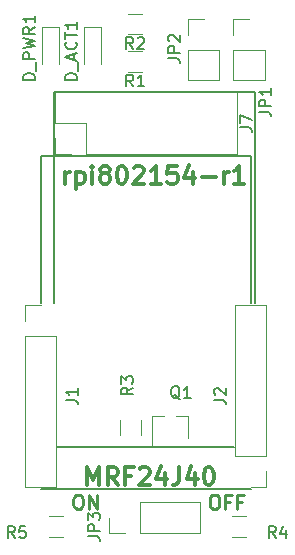
<source format=gto>
G04 #@! TF.GenerationSoftware,KiCad,Pcbnew,5.1.5*
G04 #@! TF.CreationDate,2020-04-17T15:56:53+02:00*
G04 #@! TF.ProjectId,rpi_mrf_radio_shield,7270695f-6d72-4665-9f72-6164696f5f73,rev?*
G04 #@! TF.SameCoordinates,Original*
G04 #@! TF.FileFunction,Legend,Top*
G04 #@! TF.FilePolarity,Positive*
%FSLAX46Y46*%
G04 Gerber Fmt 4.6, Leading zero omitted, Abs format (unit mm)*
G04 Created by KiCad (PCBNEW 5.1.5) date 2020-04-17 15:56:53*
%MOMM*%
%LPD*%
G04 APERTURE LIST*
%ADD10C,0.250000*%
%ADD11C,0.300000*%
%ADD12C,0.200000*%
%ADD13C,0.120000*%
%ADD14C,0.150000*%
G04 APERTURE END LIST*
D10*
X160778242Y-130503457D02*
X161006814Y-130503457D01*
X161121100Y-130560600D01*
X161235385Y-130674885D01*
X161292528Y-130903457D01*
X161292528Y-131303457D01*
X161235385Y-131532028D01*
X161121100Y-131646314D01*
X161006814Y-131703457D01*
X160778242Y-131703457D01*
X160663957Y-131646314D01*
X160549671Y-131532028D01*
X160492528Y-131303457D01*
X160492528Y-130903457D01*
X160549671Y-130674885D01*
X160663957Y-130560600D01*
X160778242Y-130503457D01*
X162206814Y-131074885D02*
X161806814Y-131074885D01*
X161806814Y-131703457D02*
X161806814Y-130503457D01*
X162378242Y-130503457D01*
X163235385Y-131074885D02*
X162835385Y-131074885D01*
X162835385Y-131703457D02*
X162835385Y-130503457D01*
X163406814Y-130503457D01*
X149240242Y-130503457D02*
X149468814Y-130503457D01*
X149583100Y-130560600D01*
X149697385Y-130674885D01*
X149754528Y-130903457D01*
X149754528Y-131303457D01*
X149697385Y-131532028D01*
X149583100Y-131646314D01*
X149468814Y-131703457D01*
X149240242Y-131703457D01*
X149125957Y-131646314D01*
X149011671Y-131532028D01*
X148954528Y-131303457D01*
X148954528Y-130903457D01*
X149011671Y-130674885D01*
X149125957Y-130560600D01*
X149240242Y-130503457D01*
X150268814Y-131703457D02*
X150268814Y-130503457D01*
X150954528Y-131703457D01*
X150954528Y-130503457D01*
D11*
X148263985Y-104153171D02*
X148263985Y-103153171D01*
X148263985Y-103438885D02*
X148335414Y-103296028D01*
X148406842Y-103224600D01*
X148549700Y-103153171D01*
X148692557Y-103153171D01*
X149192557Y-103153171D02*
X149192557Y-104653171D01*
X149192557Y-103224600D02*
X149335414Y-103153171D01*
X149621128Y-103153171D01*
X149763985Y-103224600D01*
X149835414Y-103296028D01*
X149906842Y-103438885D01*
X149906842Y-103867457D01*
X149835414Y-104010314D01*
X149763985Y-104081742D01*
X149621128Y-104153171D01*
X149335414Y-104153171D01*
X149192557Y-104081742D01*
X150549700Y-104153171D02*
X150549700Y-103153171D01*
X150549700Y-102653171D02*
X150478271Y-102724600D01*
X150549700Y-102796028D01*
X150621128Y-102724600D01*
X150549700Y-102653171D01*
X150549700Y-102796028D01*
X151478271Y-103296028D02*
X151335414Y-103224600D01*
X151263985Y-103153171D01*
X151192557Y-103010314D01*
X151192557Y-102938885D01*
X151263985Y-102796028D01*
X151335414Y-102724600D01*
X151478271Y-102653171D01*
X151763985Y-102653171D01*
X151906842Y-102724600D01*
X151978271Y-102796028D01*
X152049700Y-102938885D01*
X152049700Y-103010314D01*
X151978271Y-103153171D01*
X151906842Y-103224600D01*
X151763985Y-103296028D01*
X151478271Y-103296028D01*
X151335414Y-103367457D01*
X151263985Y-103438885D01*
X151192557Y-103581742D01*
X151192557Y-103867457D01*
X151263985Y-104010314D01*
X151335414Y-104081742D01*
X151478271Y-104153171D01*
X151763985Y-104153171D01*
X151906842Y-104081742D01*
X151978271Y-104010314D01*
X152049700Y-103867457D01*
X152049700Y-103581742D01*
X151978271Y-103438885D01*
X151906842Y-103367457D01*
X151763985Y-103296028D01*
X152978271Y-102653171D02*
X153121128Y-102653171D01*
X153263985Y-102724600D01*
X153335414Y-102796028D01*
X153406842Y-102938885D01*
X153478271Y-103224600D01*
X153478271Y-103581742D01*
X153406842Y-103867457D01*
X153335414Y-104010314D01*
X153263985Y-104081742D01*
X153121128Y-104153171D01*
X152978271Y-104153171D01*
X152835414Y-104081742D01*
X152763985Y-104010314D01*
X152692557Y-103867457D01*
X152621128Y-103581742D01*
X152621128Y-103224600D01*
X152692557Y-102938885D01*
X152763985Y-102796028D01*
X152835414Y-102724600D01*
X152978271Y-102653171D01*
X154049700Y-102796028D02*
X154121128Y-102724600D01*
X154263985Y-102653171D01*
X154621128Y-102653171D01*
X154763985Y-102724600D01*
X154835414Y-102796028D01*
X154906842Y-102938885D01*
X154906842Y-103081742D01*
X154835414Y-103296028D01*
X153978271Y-104153171D01*
X154906842Y-104153171D01*
X156335414Y-104153171D02*
X155478271Y-104153171D01*
X155906842Y-104153171D02*
X155906842Y-102653171D01*
X155763985Y-102867457D01*
X155621128Y-103010314D01*
X155478271Y-103081742D01*
X157692557Y-102653171D02*
X156978271Y-102653171D01*
X156906842Y-103367457D01*
X156978271Y-103296028D01*
X157121128Y-103224600D01*
X157478271Y-103224600D01*
X157621128Y-103296028D01*
X157692557Y-103367457D01*
X157763985Y-103510314D01*
X157763985Y-103867457D01*
X157692557Y-104010314D01*
X157621128Y-104081742D01*
X157478271Y-104153171D01*
X157121128Y-104153171D01*
X156978271Y-104081742D01*
X156906842Y-104010314D01*
X159049700Y-103153171D02*
X159049700Y-104153171D01*
X158692557Y-102581742D02*
X158335414Y-103653171D01*
X159263985Y-103653171D01*
X159835414Y-103581742D02*
X160978271Y-103581742D01*
X161692557Y-104153171D02*
X161692557Y-103153171D01*
X161692557Y-103438885D02*
X161763985Y-103296028D01*
X161835414Y-103224600D01*
X161978271Y-103153171D01*
X162121128Y-103153171D01*
X163406842Y-104153171D02*
X162549700Y-104153171D01*
X162978271Y-104153171D02*
X162978271Y-102653171D01*
X162835414Y-102867457D01*
X162692557Y-103010314D01*
X162549700Y-103081742D01*
X150122671Y-129680171D02*
X150122671Y-128180171D01*
X150622671Y-129251600D01*
X151122671Y-128180171D01*
X151122671Y-129680171D01*
X152694100Y-129680171D02*
X152194100Y-128965885D01*
X151836957Y-129680171D02*
X151836957Y-128180171D01*
X152408385Y-128180171D01*
X152551242Y-128251600D01*
X152622671Y-128323028D01*
X152694100Y-128465885D01*
X152694100Y-128680171D01*
X152622671Y-128823028D01*
X152551242Y-128894457D01*
X152408385Y-128965885D01*
X151836957Y-128965885D01*
X153836957Y-128894457D02*
X153336957Y-128894457D01*
X153336957Y-129680171D02*
X153336957Y-128180171D01*
X154051242Y-128180171D01*
X154551242Y-128323028D02*
X154622671Y-128251600D01*
X154765528Y-128180171D01*
X155122671Y-128180171D01*
X155265528Y-128251600D01*
X155336957Y-128323028D01*
X155408385Y-128465885D01*
X155408385Y-128608742D01*
X155336957Y-128823028D01*
X154479814Y-129680171D01*
X155408385Y-129680171D01*
X156694100Y-128680171D02*
X156694100Y-129680171D01*
X156336957Y-128108742D02*
X155979814Y-129180171D01*
X156908385Y-129180171D01*
X157908385Y-128180171D02*
X157908385Y-129251600D01*
X157836957Y-129465885D01*
X157694100Y-129608742D01*
X157479814Y-129680171D01*
X157336957Y-129680171D01*
X159265528Y-128680171D02*
X159265528Y-129680171D01*
X158908385Y-128108742D02*
X158551242Y-129180171D01*
X159479814Y-129180171D01*
X160336957Y-128180171D02*
X160479814Y-128180171D01*
X160622671Y-128251600D01*
X160694100Y-128323028D01*
X160765528Y-128465885D01*
X160836957Y-128751600D01*
X160836957Y-129108742D01*
X160765528Y-129394457D01*
X160694100Y-129537314D01*
X160622671Y-129608742D01*
X160479814Y-129680171D01*
X160336957Y-129680171D01*
X160194100Y-129608742D01*
X160122671Y-129537314D01*
X160051242Y-129394457D01*
X159979814Y-129108742D01*
X159979814Y-128751600D01*
X160051242Y-128465885D01*
X160122671Y-128323028D01*
X160194100Y-128251600D01*
X160336957Y-128180171D01*
D12*
X146176900Y-113761600D02*
X146176900Y-114269600D01*
X147319900Y-113761600D02*
X147319900Y-114269600D01*
X164337900Y-96362600D02*
X164337900Y-114269600D01*
X147573900Y-126461600D02*
X162559900Y-126461600D01*
X147319900Y-96362600D02*
X147319900Y-113761600D01*
X147332600Y-96362600D02*
X164350600Y-96362600D01*
X146176900Y-101823600D02*
X146176900Y-113761600D01*
X163956900Y-101823600D02*
X146176900Y-101823600D01*
X163956900Y-114269600D02*
X163956900Y-101823600D01*
X146176900Y-130017600D02*
X163956900Y-130017600D01*
D13*
X144846900Y-129823600D02*
X147506900Y-129823600D01*
X144846900Y-117063600D02*
X144846900Y-129823600D01*
X147506900Y-117063600D02*
X147506900Y-129823600D01*
X144846900Y-117063600D02*
X147506900Y-117063600D01*
X144846900Y-115793600D02*
X144846900Y-114463600D01*
X144846900Y-114463600D02*
X146176900Y-114463600D01*
X165286900Y-129823600D02*
X163956900Y-129823600D01*
X165286900Y-128493600D02*
X165286900Y-129823600D01*
X165286900Y-127223600D02*
X162626900Y-127223600D01*
X162626900Y-127223600D02*
X162626900Y-114463600D01*
X165286900Y-127223600D02*
X165286900Y-114463600D01*
X165286900Y-114463600D02*
X162626900Y-114463600D01*
X157595100Y-123860600D02*
X158645100Y-123860600D01*
X158645100Y-123860600D02*
X158645100Y-125710600D01*
X155595100Y-123860600D02*
X156595100Y-123860600D01*
X155585100Y-123880600D02*
X155585100Y-126310600D01*
X162337100Y-132312600D02*
X163537100Y-132312600D01*
X163537100Y-134072600D02*
X162337100Y-134072600D01*
X158639100Y-90206600D02*
X159969100Y-90206600D01*
X158639100Y-91536600D02*
X158639100Y-90206600D01*
X158639100Y-92806600D02*
X161299100Y-92806600D01*
X161299100Y-92806600D02*
X161299100Y-95406600D01*
X158639100Y-92806600D02*
X158639100Y-95406600D01*
X158639100Y-95406600D02*
X161299100Y-95406600D01*
X153574100Y-92942600D02*
X154774100Y-92942600D01*
X154774100Y-94702600D02*
X153574100Y-94702600D01*
X153574100Y-89767600D02*
X154774100Y-89767600D01*
X154774100Y-91527600D02*
X153574100Y-91527600D01*
X152913100Y-125410600D02*
X152913100Y-124210600D01*
X154673100Y-124210600D02*
X154673100Y-125410600D01*
X149821100Y-94060600D02*
X149821100Y-90860600D01*
X151321100Y-90860600D02*
X151321100Y-94060600D01*
X151321100Y-90860600D02*
X149821100Y-90860600D01*
X147765100Y-90860600D02*
X146265100Y-90860600D01*
X147765100Y-90860600D02*
X147765100Y-94060600D01*
X146265100Y-94060600D02*
X146265100Y-90860600D01*
X162759600Y-101629600D02*
X162759600Y-96429600D01*
X149999600Y-101629600D02*
X162759600Y-101629600D01*
X147399600Y-96429600D02*
X162759600Y-96429600D01*
X149999600Y-101629600D02*
X149999600Y-99029600D01*
X149999600Y-99029600D02*
X147399600Y-99029600D01*
X147399600Y-99029600D02*
X147399600Y-96429600D01*
X148729600Y-101629600D02*
X147399600Y-101629600D01*
X147399600Y-101629600D02*
X147399600Y-100299600D01*
X162499900Y-90206600D02*
X163829900Y-90206600D01*
X162499900Y-91536600D02*
X162499900Y-90206600D01*
X162499900Y-92806600D02*
X165159900Y-92806600D01*
X165159900Y-92806600D02*
X165159900Y-95406600D01*
X162499900Y-92806600D02*
X162499900Y-95406600D01*
X162499900Y-95406600D02*
X165159900Y-95406600D01*
X148043100Y-134072600D02*
X146843100Y-134072600D01*
X146843100Y-132312600D02*
X148043100Y-132312600D01*
X159695100Y-133760600D02*
X159695100Y-131100600D01*
X154555100Y-133760600D02*
X159695100Y-133760600D01*
X154555100Y-131100600D02*
X159695100Y-131100600D01*
X154555100Y-133760600D02*
X154555100Y-131100600D01*
X153285100Y-133760600D02*
X151955100Y-133760600D01*
X151955100Y-133760600D02*
X151955100Y-132430600D01*
D14*
X148296280Y-122476933D02*
X149010566Y-122476933D01*
X149153423Y-122524552D01*
X149248661Y-122619790D01*
X149296280Y-122762647D01*
X149296280Y-122857885D01*
X149296280Y-121476933D02*
X149296280Y-122048361D01*
X149296280Y-121762647D02*
X148296280Y-121762647D01*
X148439138Y-121857885D01*
X148534376Y-121953123D01*
X148581995Y-122048361D01*
X160869280Y-122476933D02*
X161583566Y-122476933D01*
X161726423Y-122524552D01*
X161821661Y-122619790D01*
X161869280Y-122762647D01*
X161869280Y-122857885D01*
X160964519Y-122048361D02*
X160916900Y-122000742D01*
X160869280Y-121905504D01*
X160869280Y-121667409D01*
X160916900Y-121572171D01*
X160964519Y-121524552D01*
X161059757Y-121476933D01*
X161154995Y-121476933D01*
X161297852Y-121524552D01*
X161869280Y-122095980D01*
X161869280Y-121476933D01*
X157965061Y-122408019D02*
X157869823Y-122360400D01*
X157774585Y-122265161D01*
X157631728Y-122122304D01*
X157536490Y-122074685D01*
X157441252Y-122074685D01*
X157488871Y-122312780D02*
X157393633Y-122265161D01*
X157298395Y-122169923D01*
X157250776Y-121979447D01*
X157250776Y-121646114D01*
X157298395Y-121455638D01*
X157393633Y-121360400D01*
X157488871Y-121312780D01*
X157679347Y-121312780D01*
X157774585Y-121360400D01*
X157869823Y-121455638D01*
X157917442Y-121646114D01*
X157917442Y-121979447D01*
X157869823Y-122169923D01*
X157774585Y-122265161D01*
X157679347Y-122312780D01*
X157488871Y-122312780D01*
X158869823Y-122312780D02*
X158298395Y-122312780D01*
X158584109Y-122312780D02*
X158584109Y-121312780D01*
X158488871Y-121455638D01*
X158393633Y-121550876D01*
X158298395Y-121598495D01*
X166072433Y-134152980D02*
X165739100Y-133676790D01*
X165501004Y-134152980D02*
X165501004Y-133152980D01*
X165881957Y-133152980D01*
X165977195Y-133200600D01*
X166024814Y-133248219D01*
X166072433Y-133343457D01*
X166072433Y-133486314D01*
X166024814Y-133581552D01*
X165977195Y-133629171D01*
X165881957Y-133676790D01*
X165501004Y-133676790D01*
X166929576Y-133486314D02*
X166929576Y-134152980D01*
X166691480Y-133105361D02*
X166453385Y-133819647D01*
X167072433Y-133819647D01*
X156953880Y-93538333D02*
X157668166Y-93538333D01*
X157811023Y-93585952D01*
X157906261Y-93681190D01*
X157953880Y-93824047D01*
X157953880Y-93919285D01*
X157953880Y-93062142D02*
X156953880Y-93062142D01*
X156953880Y-92681190D01*
X157001500Y-92585952D01*
X157049119Y-92538333D01*
X157144357Y-92490714D01*
X157287214Y-92490714D01*
X157382452Y-92538333D01*
X157430071Y-92585952D01*
X157477690Y-92681190D01*
X157477690Y-93062142D01*
X157049119Y-92109761D02*
X157001500Y-92062142D01*
X156953880Y-91966904D01*
X156953880Y-91728809D01*
X157001500Y-91633571D01*
X157049119Y-91585952D01*
X157144357Y-91538333D01*
X157239595Y-91538333D01*
X157382452Y-91585952D01*
X157953880Y-92157380D01*
X157953880Y-91538333D01*
X154007433Y-95925980D02*
X153674100Y-95449790D01*
X153436004Y-95925980D02*
X153436004Y-94925980D01*
X153816957Y-94925980D01*
X153912195Y-94973600D01*
X153959814Y-95021219D01*
X154007433Y-95116457D01*
X154007433Y-95259314D01*
X153959814Y-95354552D01*
X153912195Y-95402171D01*
X153816957Y-95449790D01*
X153436004Y-95449790D01*
X154959814Y-95925980D02*
X154388385Y-95925980D01*
X154674100Y-95925980D02*
X154674100Y-94925980D01*
X154578861Y-95068838D01*
X154483623Y-95164076D01*
X154388385Y-95211695D01*
X154007433Y-92750980D02*
X153674100Y-92274790D01*
X153436004Y-92750980D02*
X153436004Y-91750980D01*
X153816957Y-91750980D01*
X153912195Y-91798600D01*
X153959814Y-91846219D01*
X154007433Y-91941457D01*
X154007433Y-92084314D01*
X153959814Y-92179552D01*
X153912195Y-92227171D01*
X153816957Y-92274790D01*
X153436004Y-92274790D01*
X154388385Y-91846219D02*
X154436004Y-91798600D01*
X154531242Y-91750980D01*
X154769338Y-91750980D01*
X154864576Y-91798600D01*
X154912195Y-91846219D01*
X154959814Y-91941457D01*
X154959814Y-92036695D01*
X154912195Y-92179552D01*
X154340766Y-92750980D01*
X154959814Y-92750980D01*
X153991480Y-121421266D02*
X153515290Y-121754600D01*
X153991480Y-121992695D02*
X152991480Y-121992695D01*
X152991480Y-121611742D01*
X153039100Y-121516504D01*
X153086719Y-121468885D01*
X153181957Y-121421266D01*
X153324814Y-121421266D01*
X153420052Y-121468885D01*
X153467671Y-121516504D01*
X153515290Y-121611742D01*
X153515290Y-121992695D01*
X152991480Y-121087933D02*
X152991480Y-120468885D01*
X153372433Y-120802219D01*
X153372433Y-120659361D01*
X153420052Y-120564123D01*
X153467671Y-120516504D01*
X153562909Y-120468885D01*
X153801004Y-120468885D01*
X153896242Y-120516504D01*
X153943861Y-120564123D01*
X153991480Y-120659361D01*
X153991480Y-120945076D01*
X153943861Y-121040314D01*
X153896242Y-121087933D01*
X149245480Y-95362171D02*
X148245480Y-95362171D01*
X148245480Y-95124076D01*
X148293100Y-94981219D01*
X148388338Y-94885980D01*
X148483576Y-94838361D01*
X148674052Y-94790742D01*
X148816909Y-94790742D01*
X149007385Y-94838361D01*
X149102623Y-94885980D01*
X149197861Y-94981219D01*
X149245480Y-95124076D01*
X149245480Y-95362171D01*
X149340719Y-94600266D02*
X149340719Y-93838361D01*
X148959766Y-93647885D02*
X148959766Y-93171695D01*
X149245480Y-93743123D02*
X148245480Y-93409790D01*
X149245480Y-93076457D01*
X149150242Y-92171695D02*
X149197861Y-92219314D01*
X149245480Y-92362171D01*
X149245480Y-92457409D01*
X149197861Y-92600266D01*
X149102623Y-92695504D01*
X149007385Y-92743123D01*
X148816909Y-92790742D01*
X148674052Y-92790742D01*
X148483576Y-92743123D01*
X148388338Y-92695504D01*
X148293100Y-92600266D01*
X148245480Y-92457409D01*
X148245480Y-92362171D01*
X148293100Y-92219314D01*
X148340719Y-92171695D01*
X148245480Y-91885980D02*
X148245480Y-91314552D01*
X149245480Y-91600266D02*
X148245480Y-91600266D01*
X149245480Y-90457409D02*
X149245480Y-91028838D01*
X149245480Y-90743123D02*
X148245480Y-90743123D01*
X148388338Y-90838361D01*
X148483576Y-90933600D01*
X148531195Y-91028838D01*
X145689480Y-95370076D02*
X144689480Y-95370076D01*
X144689480Y-95131980D01*
X144737100Y-94989123D01*
X144832338Y-94893885D01*
X144927576Y-94846266D01*
X145118052Y-94798647D01*
X145260909Y-94798647D01*
X145451385Y-94846266D01*
X145546623Y-94893885D01*
X145641861Y-94989123D01*
X145689480Y-95131980D01*
X145689480Y-95370076D01*
X145784719Y-94608171D02*
X145784719Y-93846266D01*
X145689480Y-93608171D02*
X144689480Y-93608171D01*
X144689480Y-93227219D01*
X144737100Y-93131980D01*
X144784719Y-93084361D01*
X144879957Y-93036742D01*
X145022814Y-93036742D01*
X145118052Y-93084361D01*
X145165671Y-93131980D01*
X145213290Y-93227219D01*
X145213290Y-93608171D01*
X144689480Y-92703409D02*
X145689480Y-92465314D01*
X144975195Y-92274838D01*
X145689480Y-92084361D01*
X144689480Y-91846266D01*
X145689480Y-90893885D02*
X145213290Y-91227219D01*
X145689480Y-91465314D02*
X144689480Y-91465314D01*
X144689480Y-91084361D01*
X144737100Y-90989123D01*
X144784719Y-90941504D01*
X144879957Y-90893885D01*
X145022814Y-90893885D01*
X145118052Y-90941504D01*
X145165671Y-90989123D01*
X145213290Y-91084361D01*
X145213290Y-91465314D01*
X145689480Y-89941504D02*
X145689480Y-90512933D01*
X145689480Y-90227219D02*
X144689480Y-90227219D01*
X144832338Y-90322457D01*
X144927576Y-90417695D01*
X144975195Y-90512933D01*
X163049880Y-99388333D02*
X163764166Y-99388333D01*
X163907023Y-99435952D01*
X164002261Y-99531190D01*
X164049880Y-99674047D01*
X164049880Y-99769285D01*
X163049880Y-99007380D02*
X163049880Y-98340714D01*
X164049880Y-98769285D01*
X164675480Y-98084933D02*
X165389766Y-98084933D01*
X165532623Y-98132552D01*
X165627861Y-98227790D01*
X165675480Y-98370647D01*
X165675480Y-98465885D01*
X165675480Y-97608742D02*
X164675480Y-97608742D01*
X164675480Y-97227790D01*
X164723100Y-97132552D01*
X164770719Y-97084933D01*
X164865957Y-97037314D01*
X165008814Y-97037314D01*
X165104052Y-97084933D01*
X165151671Y-97132552D01*
X165199290Y-97227790D01*
X165199290Y-97608742D01*
X165675480Y-96084933D02*
X165675480Y-96656361D01*
X165675480Y-96370647D02*
X164675480Y-96370647D01*
X164818338Y-96465885D01*
X164913576Y-96561123D01*
X164961195Y-96656361D01*
X143974433Y-134152980D02*
X143641100Y-133676790D01*
X143403004Y-134152980D02*
X143403004Y-133152980D01*
X143783957Y-133152980D01*
X143879195Y-133200600D01*
X143926814Y-133248219D01*
X143974433Y-133343457D01*
X143974433Y-133486314D01*
X143926814Y-133581552D01*
X143879195Y-133629171D01*
X143783957Y-133676790D01*
X143403004Y-133676790D01*
X144879195Y-133152980D02*
X144403004Y-133152980D01*
X144355385Y-133629171D01*
X144403004Y-133581552D01*
X144498242Y-133533933D01*
X144736338Y-133533933D01*
X144831576Y-133581552D01*
X144879195Y-133629171D01*
X144926814Y-133724409D01*
X144926814Y-133962504D01*
X144879195Y-134057742D01*
X144831576Y-134105361D01*
X144736338Y-134152980D01*
X144498242Y-134152980D01*
X144403004Y-134105361D01*
X144355385Y-134057742D01*
X150197480Y-134025933D02*
X150911766Y-134025933D01*
X151054623Y-134073552D01*
X151149861Y-134168790D01*
X151197480Y-134311647D01*
X151197480Y-134406885D01*
X151197480Y-133549742D02*
X150197480Y-133549742D01*
X150197480Y-133168790D01*
X150245100Y-133073552D01*
X150292719Y-133025933D01*
X150387957Y-132978314D01*
X150530814Y-132978314D01*
X150626052Y-133025933D01*
X150673671Y-133073552D01*
X150721290Y-133168790D01*
X150721290Y-133549742D01*
X150197480Y-132644980D02*
X150197480Y-132025933D01*
X150578433Y-132359266D01*
X150578433Y-132216409D01*
X150626052Y-132121171D01*
X150673671Y-132073552D01*
X150768909Y-132025933D01*
X151007004Y-132025933D01*
X151102242Y-132073552D01*
X151149861Y-132121171D01*
X151197480Y-132216409D01*
X151197480Y-132502123D01*
X151149861Y-132597361D01*
X151102242Y-132644980D01*
M02*

</source>
